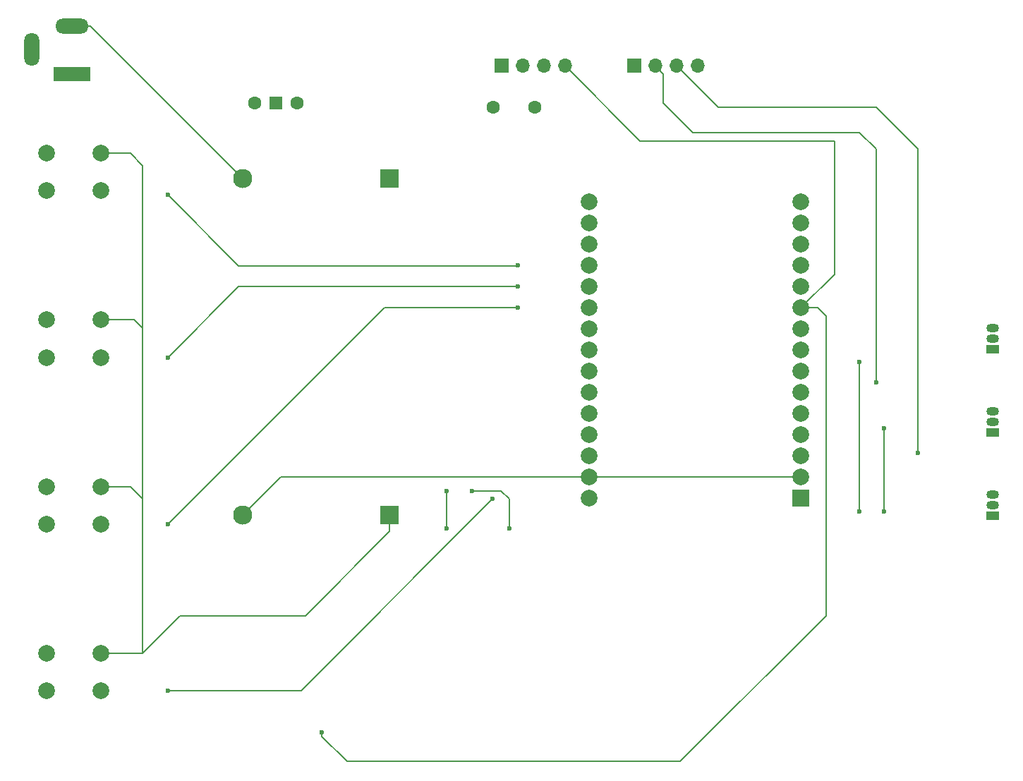
<source format=gbr>
%TF.GenerationSoftware,KiCad,Pcbnew,8.0.3-1.fc39*%
%TF.CreationDate,2024-06-27T20:10:53-06:00*%
%TF.ProjectId,Electronics,456c6563-7472-46f6-9e69-63732e6b6963,rev?*%
%TF.SameCoordinates,Original*%
%TF.FileFunction,Copper,L2,Bot*%
%TF.FilePolarity,Positive*%
%FSLAX46Y46*%
G04 Gerber Fmt 4.6, Leading zero omitted, Abs format (unit mm)*
G04 Created by KiCad (PCBNEW 8.0.3-1.fc39) date 2024-06-27 20:10:53*
%MOMM*%
%LPD*%
G01*
G04 APERTURE LIST*
%TA.AperFunction,ComponentPad*%
%ADD10R,1.700000X1.700000*%
%TD*%
%TA.AperFunction,ComponentPad*%
%ADD11O,1.700000X1.700000*%
%TD*%
%TA.AperFunction,ComponentPad*%
%ADD12R,4.400000X1.800000*%
%TD*%
%TA.AperFunction,ComponentPad*%
%ADD13O,4.000000X1.800000*%
%TD*%
%TA.AperFunction,ComponentPad*%
%ADD14O,1.800000X4.000000*%
%TD*%
%TA.AperFunction,ComponentPad*%
%ADD15R,1.500000X1.050000*%
%TD*%
%TA.AperFunction,ComponentPad*%
%ADD16O,1.500000X1.050000*%
%TD*%
%TA.AperFunction,ComponentPad*%
%ADD17C,2.000000*%
%TD*%
%TA.AperFunction,ComponentPad*%
%ADD18R,2.000000X2.000000*%
%TD*%
%TA.AperFunction,ComponentPad*%
%ADD19R,2.300000X2.300000*%
%TD*%
%TA.AperFunction,ComponentPad*%
%ADD20C,2.300000*%
%TD*%
%TA.AperFunction,ComponentPad*%
%ADD21R,1.500000X1.500000*%
%TD*%
%TA.AperFunction,ComponentPad*%
%ADD22C,1.600000*%
%TD*%
%TA.AperFunction,ViaPad*%
%ADD23C,0.600000*%
%TD*%
%TA.AperFunction,Conductor*%
%ADD24C,0.200000*%
%TD*%
G04 APERTURE END LIST*
D10*
%TO.P,D1,1,A*%
%TO.N,Net-(D1-A)*%
X169000000Y-66500000D03*
D11*
%TO.P,D1,2,GK*%
%TO.N,Net-(D1-GK)*%
X171540000Y-66500000D03*
%TO.P,D1,3,RK*%
%TO.N,Net-(D1-RK)*%
X174080000Y-66500000D03*
%TO.P,D1,4,BK*%
%TO.N,Net-(D1-BK)*%
X176620000Y-66500000D03*
%TD*%
D12*
%TO.P,J1,1*%
%TO.N,+12V*%
X101500000Y-67500000D03*
D13*
%TO.P,J1,2*%
%TO.N,GND_HIGH*%
X101500000Y-61700000D03*
D14*
%TO.P,J1,3*%
%TO.N,N/C*%
X96700000Y-64500000D03*
%TD*%
D15*
%TO.P,Q2,1,E*%
%TO.N,GND_HIGH*%
X212000000Y-110540000D03*
D16*
%TO.P,Q2,2,B*%
%TO.N,Net-(Q2-B)*%
X212000000Y-109270000D03*
%TO.P,Q2,3,C*%
%TO.N,Net-(D1-GK)*%
X212000000Y-108000000D03*
%TD*%
D10*
%TO.P,M1,1,-*%
%TO.N,GND_HIGH*%
X153040000Y-66500000D03*
D11*
%TO.P,M1,2,+*%
%TO.N,Net-(D1-A)*%
X155580000Y-66500000D03*
%TO.P,M1,3,Tacho*%
%TO.N,unconnected-(M1-Tacho-Pad3)*%
X158120000Y-66500000D03*
%TO.P,M1,4,PWM*%
%TO.N,Net-(D2-A)*%
X160660000Y-66500000D03*
%TD*%
D17*
%TO.P,SW3,1,1*%
%TO.N,unconnected-(SW3-Pad1)*%
X98500000Y-97000000D03*
%TO.P,SW3,2,2*%
%TO.N,Net-(U1-VOUT)*%
X105000000Y-97000000D03*
%TO.P,SW3,3,K*%
%TO.N,Net-(SW3-K)*%
X105000000Y-101500000D03*
%TO.P,SW3,4,A*%
%TO.N,Net-(SW3-A)*%
X98500000Y-101500000D03*
%TD*%
D18*
%TO.P,U3,1,3V3*%
%TO.N,unconnected-(U3-3V3-Pad1)*%
X189000000Y-118400000D03*
D17*
%TO.P,U3,2,GND*%
%TO.N,GND_LOW*%
X189000000Y-115860000D03*
%TO.P,U3,3,D15*%
%TO.N,unconnected-(U3-D15-Pad3)*%
X189000000Y-113320000D03*
%TO.P,U3,4,D2*%
%TO.N,Net-(D3-A)*%
X189000000Y-110780000D03*
%TO.P,U3,5,D4*%
%TO.N,Net-(D4-A)*%
X189000000Y-108240000D03*
%TO.P,U3,6,RX2*%
%TO.N,unconnected-(U3-RX2-Pad6)*%
X189000000Y-105700000D03*
%TO.P,U3,7,TX2*%
%TO.N,unconnected-(U3-TX2-Pad7)*%
X189000000Y-103160000D03*
%TO.P,U3,8,D5*%
%TO.N,Net-(D5-A)*%
X189000000Y-100620000D03*
%TO.P,U3,9,D18*%
%TO.N,unconnected-(U3-D18-Pad9)*%
X189000000Y-98080000D03*
%TO.P,U3,10,D19*%
%TO.N,Net-(D2-A)*%
X189000000Y-95540000D03*
%TO.P,U3,11,D21*%
%TO.N,unconnected-(U3-D21-Pad11)*%
X189000000Y-93000000D03*
%TO.P,U3,12,RX0*%
%TO.N,unconnected-(U3-RX0-Pad12)*%
X189000000Y-90460000D03*
%TO.P,U3,13,TX0*%
%TO.N,unconnected-(U3-TX0-Pad13)*%
X189000000Y-87920000D03*
%TO.P,U3,14,D22*%
%TO.N,unconnected-(U3-D22-Pad14)*%
X189000000Y-85380000D03*
%TO.P,U3,15,D23*%
%TO.N,unconnected-(U3-D23-Pad15)*%
X189000000Y-82840000D03*
%TO.P,U3,16,EN*%
%TO.N,unconnected-(U3-EN-Pad16)*%
X163600000Y-82840000D03*
%TO.P,U3,17,VP*%
%TO.N,Net-(U3-VP)*%
X163600000Y-85380000D03*
%TO.P,U3,18,VN*%
%TO.N,Net-(U3-VN)*%
X163600000Y-87920000D03*
%TO.P,U3,19,D34*%
%TO.N,Net-(SW4-K)*%
X163600000Y-90460000D03*
%TO.P,U3,20,D35*%
%TO.N,Net-(SW3-K)*%
X163600000Y-93000000D03*
%TO.P,U3,21,D32*%
%TO.N,Net-(SW1-K)*%
X163600000Y-95540000D03*
%TO.P,U3,22,D33*%
%TO.N,Net-(SW2-K)*%
X163600000Y-98080000D03*
%TO.P,U3,23,D25*%
%TO.N,unconnected-(U3-D25-Pad23)*%
X163600000Y-100620000D03*
%TO.P,U3,24,D26*%
%TO.N,unconnected-(U3-D26-Pad24)*%
X163600000Y-103160000D03*
%TO.P,U3,25,D27*%
%TO.N,unconnected-(U3-D27-Pad25)*%
X163600000Y-105700000D03*
%TO.P,U3,26,D14*%
%TO.N,unconnected-(U3-D14-Pad26)*%
X163600000Y-108240000D03*
%TO.P,U3,27,D12*%
%TO.N,unconnected-(U3-D12-Pad27)*%
X163600000Y-110780000D03*
%TO.P,U3,28,D13*%
%TO.N,unconnected-(U3-D13-Pad28)*%
X163600000Y-113320000D03*
%TO.P,U3,29,GND*%
%TO.N,GND_LOW*%
X163600000Y-115860000D03*
%TO.P,U3,30,VIN*%
%TO.N,Net-(U1-VOUT)*%
X163600000Y-118400000D03*
%TD*%
D19*
%TO.P,U1,1,VIN*%
%TO.N,Net-(D1-A)*%
X139600000Y-80000000D03*
D20*
%TO.P,U1,2,GND*%
%TO.N,GND_HIGH*%
X122000000Y-80000000D03*
D19*
%TO.P,U1,3,VOUT*%
%TO.N,Net-(U1-VOUT)*%
X139600000Y-120400000D03*
D20*
%TO.P,U1,4,GND*%
%TO.N,GND_LOW*%
X122000000Y-120400000D03*
%TD*%
D15*
%TO.P,Q3,1,E*%
%TO.N,GND_HIGH*%
X212000000Y-100540000D03*
D16*
%TO.P,Q3,2,B*%
%TO.N,Net-(Q3-B)*%
X212000000Y-99270000D03*
%TO.P,Q3,3,C*%
%TO.N,Net-(D1-BK)*%
X212000000Y-98000000D03*
%TD*%
D21*
%TO.P,SW5,1,B*%
%TO.N,+12V*%
X126000000Y-71000000D03*
D22*
%TO.P,SW5,2,C*%
%TO.N,Net-(D6-A)*%
X123460000Y-71000000D03*
%TO.P,SW5,3,A*%
%TO.N,Net-(D1-A)*%
X128540000Y-71000000D03*
%TD*%
%TO.P,C1,1*%
%TO.N,GND_HIGH*%
X152080000Y-71500000D03*
%TO.P,C1,2*%
%TO.N,Net-(D1-A)*%
X157080000Y-71500000D03*
%TD*%
D17*
%TO.P,SW1,1,1*%
%TO.N,unconnected-(SW1-Pad1)*%
X98500000Y-117000000D03*
%TO.P,SW1,2,2*%
%TO.N,Net-(U1-VOUT)*%
X105000000Y-117000000D03*
%TO.P,SW1,3,K*%
%TO.N,Net-(SW1-K)*%
X105000000Y-121500000D03*
%TO.P,SW1,4,A*%
%TO.N,Net-(SW1-A)*%
X98500000Y-121500000D03*
%TD*%
%TO.P,SW2,1,1*%
%TO.N,unconnected-(SW2-Pad1)*%
X98500000Y-137000000D03*
%TO.P,SW2,2,2*%
%TO.N,Net-(U1-VOUT)*%
X105000000Y-137000000D03*
%TO.P,SW2,3,K*%
%TO.N,Net-(SW2-K)*%
X105000000Y-141500000D03*
%TO.P,SW2,4,A*%
%TO.N,Net-(SW2-A)*%
X98500000Y-141500000D03*
%TD*%
D15*
%TO.P,Q1,1,E*%
%TO.N,GND_HIGH*%
X212000000Y-120540000D03*
D16*
%TO.P,Q1,2,B*%
%TO.N,Net-(Q1-B)*%
X212000000Y-119270000D03*
%TO.P,Q1,3,C*%
%TO.N,Net-(D1-RK)*%
X212000000Y-118000000D03*
%TD*%
D17*
%TO.P,SW4,1,1*%
%TO.N,unconnected-(SW4-Pad1)*%
X98500000Y-77000000D03*
%TO.P,SW4,2,2*%
%TO.N,Net-(U1-VOUT)*%
X105000000Y-77000000D03*
%TO.P,SW4,3,K*%
%TO.N,Net-(SW4-K)*%
X105000000Y-81500000D03*
%TO.P,SW4,4,A*%
%TO.N,Net-(SW4-A)*%
X98500000Y-81500000D03*
%TD*%
D23*
%TO.N,Net-(D1-RK)*%
X203000000Y-113000000D03*
%TO.N,Net-(D1-GK)*%
X198000000Y-104500000D03*
%TO.N,Net-(D2-A)*%
X131500000Y-146500000D03*
%TO.N,Net-(D4-A)*%
X199000000Y-110000000D03*
X199000000Y-120000000D03*
%TO.N,Net-(D5-A)*%
X196000000Y-102000000D03*
X196000000Y-120000000D03*
%TO.N,Net-(U3-VP)*%
X146500000Y-117500000D03*
X146500000Y-122000000D03*
%TO.N,Net-(U3-VN)*%
X154000000Y-122000000D03*
X149500000Y-117500000D03*
%TO.N,Net-(SW1-K)*%
X155000000Y-95540000D03*
X113000000Y-121500000D03*
%TO.N,Net-(SW2-K)*%
X152000000Y-118500000D03*
X113000000Y-141500000D03*
%TO.N,Net-(SW3-K)*%
X155000000Y-93000000D03*
X113000000Y-101500000D03*
%TO.N,Net-(SW4-K)*%
X113000000Y-82000000D03*
X155000000Y-90460000D03*
%TD*%
D24*
%TO.N,Net-(D1-RK)*%
X179080000Y-71500000D02*
X174080000Y-66500000D01*
X203000000Y-76500000D02*
X198000000Y-71500000D01*
X198000000Y-71500000D02*
X179080000Y-71500000D01*
X203000000Y-113000000D02*
X203000000Y-76500000D01*
%TO.N,Net-(D1-GK)*%
X172500000Y-71000000D02*
X172500000Y-67460000D01*
X198000000Y-104500000D02*
X198000000Y-76500000D01*
X172500000Y-67460000D02*
X171540000Y-66500000D01*
X198000000Y-76500000D02*
X196000000Y-74500000D01*
X176000000Y-74500000D02*
X172500000Y-71000000D01*
X196000000Y-74500000D02*
X176000000Y-74500000D01*
%TO.N,Net-(D2-A)*%
X192000000Y-132500000D02*
X174500000Y-150000000D01*
X169660000Y-75500000D02*
X193000000Y-75500000D01*
X131500000Y-147000000D02*
X131500000Y-146500000D01*
X174500000Y-150000000D02*
X134500000Y-150000000D01*
X134500000Y-150000000D02*
X131500000Y-147000000D01*
X193000000Y-91540000D02*
X189000000Y-95540000D01*
X160660000Y-66500000D02*
X169660000Y-75500000D01*
X189000000Y-95540000D02*
X191040000Y-95540000D01*
X193000000Y-75500000D02*
X193000000Y-91540000D01*
X192000000Y-96500000D02*
X192000000Y-132500000D01*
X191040000Y-95540000D02*
X192000000Y-96500000D01*
%TO.N,Net-(D4-A)*%
X199000000Y-110000000D02*
X199000000Y-120000000D01*
%TO.N,Net-(D5-A)*%
X196000000Y-102000000D02*
X196000000Y-120000000D01*
%TO.N,Net-(U3-VP)*%
X146500000Y-117500000D02*
X146500000Y-122000000D01*
%TO.N,Net-(U3-VN)*%
X154000000Y-118500000D02*
X153000000Y-117500000D01*
X154000000Y-118500000D02*
X154000000Y-122000000D01*
X149500000Y-117500000D02*
X153000000Y-117500000D01*
%TO.N,Net-(SW1-K)*%
X154960000Y-95500000D02*
X139000000Y-95500000D01*
X139000000Y-95500000D02*
X113000000Y-121500000D01*
X155000000Y-95540000D02*
X154960000Y-95500000D01*
%TO.N,Net-(U1-VOUT)*%
X110000000Y-97000000D02*
X110000000Y-98000000D01*
X105000000Y-77000000D02*
X108500000Y-77000000D01*
X139600000Y-122400000D02*
X139600000Y-120400000D01*
X105000000Y-117000000D02*
X108500000Y-117000000D01*
X110000000Y-98000000D02*
X110000000Y-117000000D01*
X108500000Y-77000000D02*
X110000000Y-78500000D01*
X110000000Y-78500000D02*
X110000000Y-97000000D01*
X110000000Y-117000000D02*
X110000000Y-118500000D01*
X129500000Y-132500000D02*
X139600000Y-122400000D01*
X110000000Y-118500000D02*
X110000000Y-137000000D01*
X109000000Y-97000000D02*
X110000000Y-98000000D01*
X114500000Y-132500000D02*
X129500000Y-132500000D01*
X110000000Y-137000000D02*
X105000000Y-137000000D01*
X108500000Y-117000000D02*
X110000000Y-118500000D01*
X105000000Y-97000000D02*
X109000000Y-97000000D01*
X110000000Y-137000000D02*
X114500000Y-132500000D01*
%TO.N,Net-(SW2-K)*%
X129000000Y-141500000D02*
X152000000Y-118500000D01*
X113000000Y-141500000D02*
X129000000Y-141500000D01*
%TO.N,Net-(SW3-K)*%
X121500000Y-93000000D02*
X113000000Y-101500000D01*
X155000000Y-93000000D02*
X121500000Y-93000000D01*
%TO.N,Net-(SW4-K)*%
X154960000Y-90500000D02*
X121500000Y-90500000D01*
X155000000Y-90460000D02*
X154960000Y-90500000D01*
X121500000Y-90500000D02*
X113000000Y-82000000D01*
%TO.N,GND_HIGH*%
X103700000Y-61700000D02*
X101500000Y-61700000D01*
X122000000Y-80000000D02*
X103700000Y-61700000D01*
%TO.N,GND_LOW*%
X163600000Y-115860000D02*
X189000000Y-115860000D01*
X126540000Y-115860000D02*
X163600000Y-115860000D01*
X122000000Y-120400000D02*
X126540000Y-115860000D01*
%TD*%
M02*

</source>
